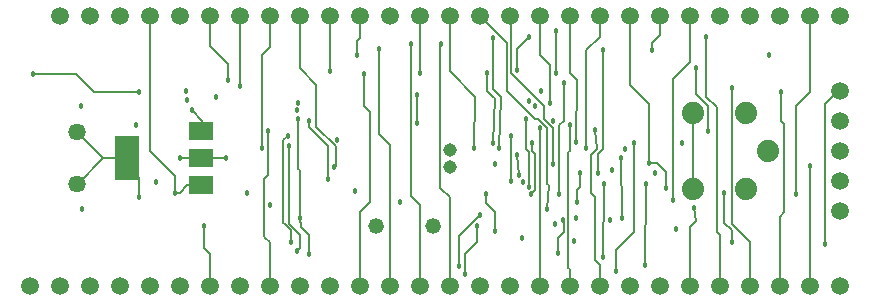
<source format=gbr>
G04 #@! TF.FileFunction,Copper,L4,Bot,Signal*
%FSLAX46Y46*%
G04 Gerber Fmt 4.6, Leading zero omitted, Abs format (unit mm)*
G04 Created by KiCad (PCBNEW 4.0.1-stable) date 2017-03-15 4:54:50 PM*
%MOMM*%
G01*
G04 APERTURE LIST*
%ADD10C,0.100000*%
%ADD11C,1.320800*%
%ADD12C,1.143000*%
%ADD13C,1.879600*%
%ADD14C,1.457960*%
%ADD15C,1.498600*%
%ADD16R,2.000000X3.800000*%
%ADD17R,2.000000X1.500000*%
%ADD18C,0.457000*%
%ADD19C,0.127000*%
G04 APERTURE END LIST*
D10*
D11*
X148374100Y-111353600D03*
X143548100Y-111353600D03*
D12*
X149771100Y-106324400D03*
X149771100Y-104952800D03*
D13*
X170370500Y-108254800D03*
X170370500Y-101752400D03*
X174891700Y-108254800D03*
X174891700Y-101752400D03*
X176730660Y-105003600D03*
D14*
X118227100Y-103438960D03*
X118227100Y-107838240D03*
D15*
X116751100Y-93573600D03*
X119291100Y-93573600D03*
X121831100Y-93573600D03*
X124371100Y-93573600D03*
X134531100Y-93573600D03*
X137071100Y-93573600D03*
X139611100Y-93573600D03*
X142151100Y-93573600D03*
X144691100Y-93573600D03*
X147231100Y-93573600D03*
X149771100Y-93573600D03*
X131991100Y-93573600D03*
X152311100Y-93573600D03*
X129451100Y-93573600D03*
X154851100Y-93573600D03*
X126911100Y-93573600D03*
X157391100Y-93573600D03*
X159931100Y-93573600D03*
X159931100Y-116433600D03*
X157391100Y-116433600D03*
X154851100Y-116433600D03*
X152311100Y-116433600D03*
X149771100Y-116433600D03*
X147231100Y-116433600D03*
X144691100Y-116433600D03*
X142151100Y-116433600D03*
X139611100Y-116433600D03*
X137071100Y-116433600D03*
X134531100Y-116433600D03*
X131991100Y-116433600D03*
X129451100Y-116433600D03*
X126911100Y-116433600D03*
X162471100Y-93573600D03*
X165011100Y-93573600D03*
X167551100Y-93573600D03*
X170091100Y-93573600D03*
X172631100Y-93573600D03*
X182791100Y-99923600D03*
X175171100Y-93573600D03*
X182791100Y-102463600D03*
X177711100Y-93573600D03*
X182791100Y-105003600D03*
X177711100Y-116433600D03*
X182791100Y-107543600D03*
X175171100Y-116433600D03*
X182791100Y-110083600D03*
X172631100Y-116433600D03*
X170091100Y-116433600D03*
X167551100Y-116433600D03*
X165011100Y-116433600D03*
X162471100Y-116433600D03*
X180251100Y-116433600D03*
X114211100Y-116433600D03*
X180251100Y-93573600D03*
X182791100Y-93573600D03*
X124371100Y-116433600D03*
X121831100Y-116433600D03*
X119291100Y-116433600D03*
X116751100Y-116433600D03*
X182791100Y-116433600D03*
D16*
X122450000Y-105600000D03*
D17*
X128750000Y-105600000D03*
X128750000Y-107900000D03*
X128750000Y-103300000D03*
D18*
X130848100Y-105638600D03*
X126911100Y-105638600D03*
X176822100Y-96875600D03*
X124879100Y-107670600D03*
X155867100Y-112369600D03*
X145580100Y-109321600D03*
X160312100Y-112623600D03*
X157518100Y-99923600D03*
X123482100Y-108940600D03*
X134531100Y-109575600D03*
X169456100Y-104368600D03*
X167170100Y-106908600D03*
X140246100Y-104038400D03*
X158661100Y-111226600D03*
X118656100Y-109956600D03*
X118529100Y-101193600D03*
X130000000Y-100425000D03*
X168948100Y-111607600D03*
X127927100Y-101574600D03*
X153600000Y-111775000D03*
X152819100Y-108686600D03*
X141770100Y-108432600D03*
X132626100Y-108559600D03*
X126530100Y-108559600D03*
X159042100Y-108686600D03*
X159423100Y-99288600D03*
X168059100Y-108178600D03*
X179108100Y-108686600D03*
X173012100Y-108559600D03*
X166662100Y-106019600D03*
X173647100Y-112750600D03*
X123482100Y-100050600D03*
X114465100Y-98526600D03*
X146977100Y-100304600D03*
X146977100Y-102641400D03*
X164376100Y-110718600D03*
X164249100Y-105638600D03*
X155486100Y-105384600D03*
X155613100Y-107035600D03*
X158788100Y-94843600D03*
X158788100Y-98399600D03*
X171488100Y-95351600D03*
X156502100Y-95351600D03*
X155486100Y-98145600D03*
X157010100Y-101193600D03*
X127546100Y-100685600D03*
X156502100Y-100812600D03*
X127419100Y-99923600D03*
X130975100Y-99034600D03*
X131991100Y-99542600D03*
X162090100Y-103225600D03*
X161328100Y-104749600D03*
X180251100Y-106273600D03*
X153581100Y-106146600D03*
X136309100Y-112750600D03*
X136055100Y-103733600D03*
X154978100Y-107543600D03*
X154978100Y-103733600D03*
X123228100Y-102844600D03*
X137833100Y-102463600D03*
X139484100Y-107416600D03*
X155994100Y-107670600D03*
X156502100Y-108051600D03*
X156248100Y-102336600D03*
X136817100Y-101574600D03*
X136817100Y-113512600D03*
X136182100Y-104622600D03*
X156756100Y-104368600D03*
X156629100Y-108686600D03*
X166916100Y-96494600D03*
X162725100Y-96494600D03*
X162344100Y-106908600D03*
X160820100Y-106908600D03*
X160566100Y-109321600D03*
X158915100Y-113639600D03*
X159375000Y-110850000D03*
X150533100Y-114782600D03*
X152311100Y-110464600D03*
X151041100Y-115417600D03*
X152057100Y-111353600D03*
X137833100Y-113766600D03*
X137071100Y-110718600D03*
X136944100Y-102336600D03*
X160439100Y-110718600D03*
X181521100Y-112877600D03*
X158026100Y-109956600D03*
X151803100Y-104749600D03*
X153454100Y-95478600D03*
X153962100Y-104749600D03*
X147231100Y-98399600D03*
X152946100Y-98399600D03*
X153454100Y-104368600D03*
X128943100Y-111353600D03*
X163360100Y-110845600D03*
X162725100Y-114020600D03*
X162852100Y-107797600D03*
X168694100Y-109194600D03*
X170472100Y-109829600D03*
X158534100Y-106146600D03*
X163487100Y-106654600D03*
X139992100Y-106400600D03*
X164630100Y-104876600D03*
X133896100Y-104749600D03*
X166281100Y-114655600D03*
X166408100Y-107797600D03*
X163868100Y-115163600D03*
X165392100Y-104368600D03*
X160439100Y-104241600D03*
X171615100Y-103352600D03*
X170599100Y-98018600D03*
X157391100Y-103098600D03*
X159931100Y-102844600D03*
X177838100Y-100050600D03*
X173647100Y-99669600D03*
X158534100Y-102463600D03*
X134404100Y-103352600D03*
X158280100Y-100939600D03*
X146469100Y-95986600D03*
X149009100Y-95986600D03*
X143802100Y-96367600D03*
X141897100Y-96875600D03*
X139611100Y-98272600D03*
X142532100Y-98526600D03*
X136944100Y-100939600D03*
D19*
X128816100Y-105638600D02*
X130848100Y-105638600D01*
X128816100Y-105638600D02*
X126911100Y-105638600D01*
X122466100Y-105638600D02*
X122466100Y-106273600D01*
X122466100Y-106273600D02*
X123482100Y-107289600D01*
X123482100Y-107289600D02*
X123482100Y-108940600D01*
X118275100Y-103479600D02*
X120434100Y-105638600D01*
X120434100Y-105638600D02*
X122466100Y-105638600D01*
X118275100Y-107797600D02*
X120434100Y-105638600D01*
X128816100Y-103352600D02*
X128816100Y-102463600D01*
X128816100Y-102463600D02*
X127927100Y-101574600D01*
X153600000Y-111775000D02*
X153581100Y-111775000D01*
X153581100Y-111775000D02*
X153600000Y-111775000D01*
X153600000Y-111775000D02*
X153581100Y-111775000D01*
X153581100Y-111861600D02*
X153581100Y-111775000D01*
X153581100Y-111775000D02*
X153581100Y-110210600D01*
X152819100Y-109448600D02*
X153581100Y-110210600D01*
X152819100Y-108686600D02*
X152819100Y-109448600D01*
X126530100Y-108559600D02*
X126911100Y-108559600D01*
X126911100Y-108559600D02*
X127546100Y-107924600D01*
X126530100Y-108559600D02*
X126530100Y-107162600D01*
X126530100Y-107162600D02*
X124371100Y-105003600D01*
X159042100Y-108686600D02*
X159042100Y-102844600D01*
X159042100Y-102844600D02*
X159423100Y-102463600D01*
X159423100Y-102463600D02*
X159423100Y-99288600D01*
X168059100Y-106781600D02*
X168059100Y-108178600D01*
X167297100Y-106019600D02*
X168059100Y-106781600D01*
X166662100Y-106019600D02*
X167297100Y-106019600D01*
X179108100Y-108686600D02*
X179108100Y-101193600D01*
X179108100Y-101193600D02*
X180251100Y-100050600D01*
X166662100Y-101066600D02*
X166662100Y-106019600D01*
X173012100Y-111099600D02*
X173012100Y-108559600D01*
X165011100Y-99415600D02*
X166662100Y-101066600D01*
X173647100Y-111734600D02*
X173012100Y-111099600D01*
X173647100Y-112750600D02*
X173647100Y-111734600D01*
X165011100Y-93573600D02*
X165011100Y-99415600D01*
X180251100Y-100050600D02*
X180251100Y-93573600D01*
X127546100Y-107924600D02*
X128816100Y-107924600D01*
X124371100Y-105003600D02*
X124371100Y-93573600D01*
X119672100Y-100050600D02*
X123482100Y-100050600D01*
X114465100Y-98526600D02*
X118148100Y-98526600D01*
X118148100Y-98526600D02*
X119672100Y-100050600D01*
X146977100Y-100304600D02*
X146977100Y-102641400D01*
X164376100Y-110718600D02*
X164376100Y-108051600D01*
X164376100Y-108051600D02*
X164249100Y-107924600D01*
X164249100Y-107924600D02*
X164249100Y-105638600D01*
X155486100Y-105384600D02*
X155613100Y-107035600D01*
X158788100Y-94843600D02*
X158788100Y-98399600D01*
X172631100Y-116433600D02*
X172631100Y-112115600D01*
X172631100Y-112115600D02*
X172377100Y-111861600D01*
X172377100Y-111861600D02*
X172377100Y-101320600D01*
X172377100Y-101320600D02*
X171488100Y-100431600D01*
X171488100Y-100431600D02*
X171488100Y-95351600D01*
X156502100Y-95351600D02*
X155486100Y-96367600D01*
X155486100Y-96367600D02*
X155486100Y-98145600D01*
X129451100Y-93573600D02*
X129451100Y-96113600D01*
X129451100Y-96113600D02*
X130340100Y-97002600D01*
X130340100Y-97002600D02*
X130975100Y-97637600D01*
X130975100Y-97637600D02*
X130975100Y-99034600D01*
X131991100Y-93573600D02*
X131991100Y-99542600D01*
X162471100Y-116433600D02*
X162471100Y-114655600D01*
X162471100Y-114655600D02*
X162090100Y-114274600D01*
X161963100Y-105130600D02*
X162217100Y-104876600D01*
X162217100Y-104876600D02*
X162090100Y-103225600D01*
X161963100Y-105130600D02*
X161836100Y-105257600D01*
X161836100Y-105257600D02*
X161709100Y-105384600D01*
X161709100Y-105384600D02*
X161709100Y-108559600D01*
X161709100Y-108559600D02*
X162090100Y-108940600D01*
X162090100Y-108940600D02*
X162090100Y-114274600D01*
X162471100Y-93573600D02*
X162471100Y-95351600D01*
X162471100Y-95351600D02*
X161328100Y-96494600D01*
X161328100Y-96494600D02*
X161328100Y-104749600D01*
X180251100Y-116433600D02*
X180251100Y-106273600D01*
X136309100Y-112750600D02*
X136309100Y-111734600D01*
X136309100Y-111734600D02*
X135801100Y-111226600D01*
X154978100Y-107543600D02*
X154978100Y-103860600D01*
X154978100Y-103860600D02*
X154978100Y-103733600D01*
X136055100Y-103733600D02*
X135674100Y-104114600D01*
X135674100Y-104114600D02*
X135674100Y-111099600D01*
X135674100Y-111099600D02*
X135801100Y-111226600D01*
X137833100Y-102971600D02*
X137833100Y-102463600D01*
X139484100Y-107416600D02*
X139484100Y-104622600D01*
X139484100Y-104622600D02*
X137833100Y-102971600D01*
X156502100Y-108051600D02*
X156502100Y-105130600D01*
X156502100Y-105130600D02*
X156375100Y-105003600D01*
X156375100Y-105003600D02*
X156248100Y-104876600D01*
X156248100Y-104876600D02*
X156248100Y-102336600D01*
X136817100Y-113512600D02*
X137071100Y-113258600D01*
X137071100Y-113258600D02*
X137071100Y-112242600D01*
X137071100Y-112242600D02*
X137071100Y-112115600D01*
X137071100Y-112115600D02*
X136182100Y-111226600D01*
X136182100Y-111226600D02*
X136182100Y-104622600D01*
X156756100Y-104368600D02*
X156756100Y-105003600D01*
X156756100Y-105003600D02*
X157010100Y-105257600D01*
X157010100Y-105257600D02*
X157010100Y-108305600D01*
X157010100Y-108305600D02*
X156629100Y-108686600D01*
X167551100Y-93573600D02*
X167551100Y-95224600D01*
X167551100Y-95224600D02*
X166916100Y-95859600D01*
X166916100Y-95859600D02*
X166916100Y-96494600D01*
X162725100Y-96494600D02*
X162725100Y-104876600D01*
X162725100Y-104876600D02*
X162344100Y-105257600D01*
X162344100Y-105257600D02*
X162344100Y-106908600D01*
X160820100Y-106908600D02*
X160820100Y-108051600D01*
X160820100Y-108051600D02*
X160566100Y-108305600D01*
X160566100Y-108305600D02*
X160566100Y-109321600D01*
X159423100Y-111861600D02*
X159423100Y-110972600D01*
X159169100Y-112115600D02*
X159423100Y-111861600D01*
X158915100Y-112369600D02*
X159169100Y-112115600D01*
X158915100Y-113639600D02*
X158915100Y-112369600D01*
X159423100Y-110898100D02*
X159423100Y-110972600D01*
X159375000Y-110850000D02*
X159423100Y-110898100D01*
X150533100Y-114782600D02*
X150533100Y-112242600D01*
X150533100Y-112242600D02*
X152311100Y-110464600D01*
X151041100Y-115417600D02*
X151041100Y-113766600D01*
X151041100Y-113766600D02*
X152057100Y-112750600D01*
X152057100Y-112750600D02*
X152057100Y-111353600D01*
X137833100Y-113766600D02*
X137833100Y-112115600D01*
X137833100Y-112115600D02*
X137198100Y-111480600D01*
X137198100Y-111480600D02*
X137071100Y-110718600D01*
X137071100Y-110718600D02*
X137071100Y-106654600D01*
X137071100Y-106654600D02*
X136944100Y-106527600D01*
X136944100Y-106527600D02*
X136944100Y-102336600D01*
X182791100Y-99923600D02*
X182664100Y-99923600D01*
X182664100Y-99923600D02*
X181521100Y-101066600D01*
X181521100Y-101066600D02*
X181521100Y-112877600D01*
X154597100Y-95859600D02*
X154597100Y-99923600D01*
X158026100Y-107797600D02*
X158026100Y-103098600D01*
X158153100Y-107924600D02*
X158026100Y-107797600D01*
X158026100Y-109956600D02*
X158153100Y-107924600D01*
X157264100Y-102336600D02*
X158026100Y-103098600D01*
X157010100Y-102336600D02*
X157264100Y-102336600D01*
X154597100Y-99923600D02*
X157010100Y-102336600D01*
X154597100Y-95859600D02*
X152311100Y-93573600D01*
X149771100Y-93573600D02*
X149771100Y-98272600D01*
X149771100Y-98272600D02*
X151930100Y-100431600D01*
X151930100Y-100431600D02*
X151803100Y-104749600D01*
X153454100Y-95478600D02*
X153454100Y-99796600D01*
X153454100Y-99796600D02*
X153962100Y-100304600D01*
X153962100Y-100304600D02*
X154089100Y-100431600D01*
X154089100Y-100431600D02*
X153962100Y-104749600D01*
X147231100Y-93573600D02*
X147231100Y-98399600D01*
X152946100Y-98399600D02*
X152946100Y-99923600D01*
X152946100Y-99923600D02*
X153454100Y-100431600D01*
X153454100Y-100431600D02*
X153581100Y-100558600D01*
X153581100Y-100558600D02*
X153454100Y-104368600D01*
X129451100Y-116433600D02*
X129451100Y-113766600D01*
X129451100Y-113766600D02*
X128943100Y-113258600D01*
X128943100Y-113258600D02*
X128943100Y-111353600D01*
X162725100Y-114020600D02*
X162725100Y-111099600D01*
X162725100Y-111099600D02*
X162852100Y-110972600D01*
X162852100Y-110972600D02*
X162852100Y-108305600D01*
X162852100Y-108305600D02*
X162852100Y-107797600D01*
X168694100Y-98907600D02*
X168694100Y-109194600D01*
X170091100Y-97510600D02*
X168694100Y-98907600D01*
X170091100Y-93573600D02*
X170091100Y-97510600D01*
X170091100Y-116433600D02*
X170091100Y-111480600D01*
X170091100Y-111480600D02*
X170599100Y-110972600D01*
X170599100Y-110972600D02*
X170472100Y-109829600D01*
X155000000Y-93623600D02*
X155000000Y-98421500D01*
X155000000Y-98421500D02*
X157772100Y-101193600D01*
X157772100Y-101193600D02*
X157772100Y-102336600D01*
X157772100Y-102336600D02*
X158534100Y-103098600D01*
X158534100Y-103098600D02*
X158534100Y-106146600D01*
X137071100Y-93573600D02*
X137071100Y-98018600D01*
X137071100Y-98018600D02*
X138468100Y-99415600D01*
X138468100Y-99415600D02*
X138468100Y-102971600D01*
X138468100Y-102971600D02*
X140119100Y-104622600D01*
X140119100Y-104622600D02*
X140119100Y-106273600D01*
X140119100Y-106273600D02*
X139992100Y-106400600D01*
X134531100Y-93573600D02*
X134531100Y-96240600D01*
X134531100Y-96240600D02*
X133896100Y-96875600D01*
X133896100Y-96875600D02*
X133896100Y-104749600D01*
X166281100Y-114655600D02*
X166281100Y-111353600D01*
X166281100Y-111353600D02*
X166408100Y-111226600D01*
X166408100Y-111226600D02*
X166408100Y-107797600D01*
X163868100Y-115163600D02*
X163868100Y-113385600D01*
X163868100Y-113385600D02*
X165265100Y-111988600D01*
X165392100Y-104368600D02*
X165392100Y-111861600D01*
X165392100Y-111861600D02*
X165265100Y-111988600D01*
X159931100Y-93573600D02*
X159931100Y-98399600D01*
X159931100Y-98399600D02*
X160566100Y-99034600D01*
X160566100Y-99034600D02*
X160439100Y-104241600D01*
X170599100Y-100177600D02*
X170599100Y-98018600D01*
X170599100Y-100177600D02*
X171615100Y-101193600D01*
X171615100Y-101193600D02*
X171615100Y-103352600D01*
X157391100Y-116433600D02*
X157391100Y-103098600D01*
X159931100Y-116433600D02*
X159931100Y-115290600D01*
X159931100Y-115290600D02*
X159931100Y-115036600D01*
X159931100Y-102844600D02*
X159931100Y-105003600D01*
X159931100Y-105003600D02*
X159804100Y-105130600D01*
X159804100Y-105130600D02*
X159804100Y-114909600D01*
X159804100Y-114909600D02*
X159931100Y-115036600D01*
X177711100Y-116433600D02*
X177711100Y-110591600D01*
X178092100Y-102717600D02*
X177838100Y-102463600D01*
X177838100Y-102463600D02*
X177838100Y-100050600D01*
X178092100Y-102717600D02*
X178092100Y-103479600D01*
X178092100Y-103479600D02*
X178092100Y-110210600D01*
X177711100Y-110591600D02*
X178092100Y-110210600D01*
X173647100Y-111226600D02*
X173647100Y-105257600D01*
X173647100Y-105257600D02*
X173647100Y-105130600D01*
X173647100Y-105130600D02*
X173647100Y-99669600D01*
X175171100Y-116433600D02*
X175171100Y-112750600D01*
X175171100Y-112750600D02*
X173647100Y-111226600D01*
X134531100Y-116433600D02*
X134531100Y-112750600D01*
X134531100Y-112750600D02*
X134150100Y-112369600D01*
X134150100Y-107289600D02*
X134404100Y-107035600D01*
X134404100Y-107035600D02*
X134404100Y-103352600D01*
X134150100Y-107289600D02*
X134023100Y-107416600D01*
X134023100Y-107416600D02*
X134023100Y-112242600D01*
X134023100Y-112242600D02*
X134150100Y-112369600D01*
X157391100Y-93573600D02*
X157391100Y-96875600D01*
X157391100Y-96875600D02*
X158280100Y-97764600D01*
X158280100Y-97764600D02*
X158280100Y-100939600D01*
X147231100Y-116433600D02*
X147231100Y-109575600D01*
X147231100Y-109575600D02*
X146469100Y-108813600D01*
X146469100Y-108813600D02*
X146469100Y-95986600D01*
X149771100Y-109350000D02*
X149771100Y-108896100D01*
X148975000Y-96020700D02*
X149009100Y-95986600D01*
X148975000Y-108100000D02*
X148975000Y-96020700D01*
X149771100Y-108896100D02*
X148975000Y-108100000D01*
X149771100Y-116433600D02*
X149771100Y-109350000D01*
X149771100Y-109350000D02*
X149771100Y-109321600D01*
X144691100Y-116433600D02*
X144691100Y-104495600D01*
X144691100Y-104495600D02*
X143802100Y-103606600D01*
X143802100Y-103606600D02*
X143802100Y-96367600D01*
X141897100Y-95732600D02*
X141897100Y-96875600D01*
X142151100Y-95478600D02*
X141897100Y-95732600D01*
X142151100Y-95478600D02*
X142151100Y-93573600D01*
X139611100Y-93573600D02*
X139611100Y-98272600D01*
X142151100Y-116433600D02*
X142151100Y-110210600D01*
X142151100Y-110210600D02*
X143040100Y-109321600D01*
X143040100Y-109321600D02*
X143040100Y-101701600D01*
X143040100Y-101701600D02*
X142532100Y-101193600D01*
X142532100Y-101193600D02*
X142532100Y-98526600D01*
X170370500Y-108254800D02*
X170370500Y-101752400D01*
M02*

</source>
